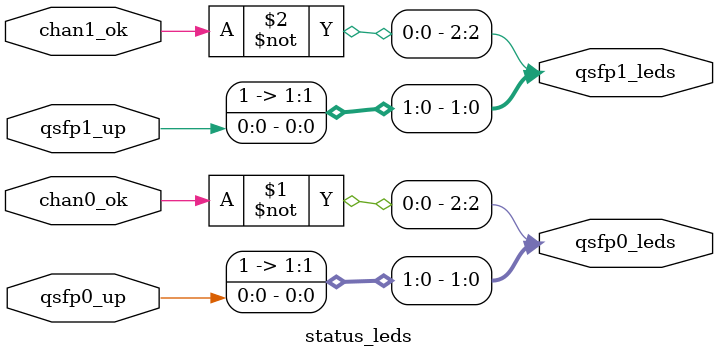
<source format=v>
/*
    We're using the green "Activity" LED to indicate PCS alignment
    We're using the green and yellow "Link Status" LEDs to indicate error/no-error
*/

module status_leds
(
    input qsfp0_up, qsfp1_up,

    input chan0_ok, chan1_ok,

    output[2:0] qsfp0_leds, qsfp1_leds
);

assign qsfp0_leds = {~chan0_ok, 1'b1, qsfp0_up};
assign qsfp1_leds = {~chan1_ok, 1'b1, qsfp1_up};

endmodule
</source>
